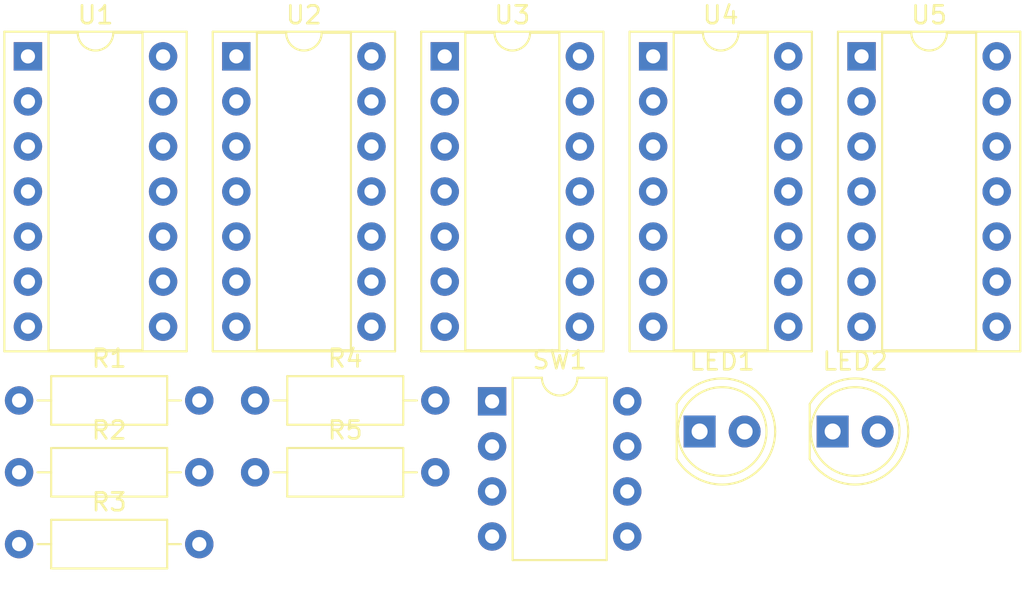
<source format=kicad_pcb>
(kicad_pcb (version 20171130) (host pcbnew "(5.1.7)-1")

  (general
    (thickness 1.6)
    (drawings 0)
    (tracks 0)
    (zones 0)
    (modules 13)
    (nets 15)
  )

  (page A4)
  (layers
    (0 F.Cu signal)
    (31 B.Cu signal)
    (32 B.Adhes user)
    (33 F.Adhes user)
    (34 B.Paste user)
    (35 F.Paste user)
    (36 B.SilkS user)
    (37 F.SilkS user)
    (38 B.Mask user)
    (39 F.Mask user)
    (40 Dwgs.User user)
    (41 Cmts.User user)
    (42 Eco1.User user)
    (43 Eco2.User user)
    (44 Edge.Cuts user)
    (45 Margin user)
    (46 B.CrtYd user)
    (47 F.CrtYd user)
    (48 B.Fab user)
    (49 F.Fab user)
  )

  (setup
    (last_trace_width 0.25)
    (trace_clearance 0.2)
    (zone_clearance 0.508)
    (zone_45_only no)
    (trace_min 0.2)
    (via_size 0.8)
    (via_drill 0.4)
    (via_min_size 0.4)
    (via_min_drill 0.3)
    (uvia_size 0.3)
    (uvia_drill 0.1)
    (uvias_allowed no)
    (uvia_min_size 0.2)
    (uvia_min_drill 0.1)
    (edge_width 0.05)
    (segment_width 0.2)
    (pcb_text_width 0.3)
    (pcb_text_size 1.5 1.5)
    (mod_edge_width 0.12)
    (mod_text_size 1 1)
    (mod_text_width 0.15)
    (pad_size 1.524 1.524)
    (pad_drill 0.762)
    (pad_to_mask_clearance 0)
    (aux_axis_origin 0 0)
    (visible_elements FFFFFF7F)
    (pcbplotparams
      (layerselection 0x010fc_ffffffff)
      (usegerberextensions false)
      (usegerberattributes true)
      (usegerberadvancedattributes true)
      (creategerberjobfile true)
      (excludeedgelayer true)
      (linewidth 0.100000)
      (plotframeref false)
      (viasonmask false)
      (mode 1)
      (useauxorigin false)
      (hpglpennumber 1)
      (hpglpenspeed 20)
      (hpglpendiameter 15.000000)
      (psnegative false)
      (psa4output false)
      (plotreference true)
      (plotvalue true)
      (plotinvisibletext false)
      (padsonsilk false)
      (subtractmaskfromsilk false)
      (outputformat 1)
      (mirror false)
      (drillshape 1)
      (scaleselection 1)
      (outputdirectory ""))
  )

  (net 0 "")
  (net 1 /S)
  (net 2 GND)
  (net 3 /Cout)
  (net 4 "Net-(R1-Pad2)")
  (net 5 "Net-(R2-Pad2)")
  (net 6 /A)
  (net 7 /B)
  (net 8 /Cin)
  (net 9 /FPGA/+3.3V)
  (net 10 "Net-(SW1-Pad5)")
  (net 11 "Net-(SW1-Pad4)")
  (net 12 "Net-(U1-Pad3)")
  (net 13 "Net-(U3-Pad3)")
  (net 14 "Net-(U4-Pad3)")

  (net_class Default "This is the default net class."
    (clearance 0.2)
    (trace_width 0.25)
    (via_dia 0.8)
    (via_drill 0.4)
    (uvia_dia 0.3)
    (uvia_drill 0.1)
    (add_net /A)
    (add_net /B)
    (add_net /Cin)
    (add_net /Cout)
    (add_net /FPGA/+3.3V)
    (add_net /S)
    (add_net GND)
    (add_net "Net-(R1-Pad2)")
    (add_net "Net-(R2-Pad2)")
    (add_net "Net-(SW1-Pad4)")
    (add_net "Net-(SW1-Pad5)")
    (add_net "Net-(U1-Pad3)")
    (add_net "Net-(U3-Pad3)")
    (add_net "Net-(U4-Pad3)")
  )

  (module LED_THT:LED_D5.0mm (layer F.Cu) (tedit 5995936A) (tstamp 5F83149E)
    (at 163.905001 111.675001)
    (descr "LED, diameter 5.0mm, 2 pins, http://cdn-reichelt.de/documents/datenblatt/A500/LL-504BC2E-009.pdf")
    (tags "LED diameter 5.0mm 2 pins")
    (path /5F7905C9)
    (fp_text reference LED1 (at 1.27 -3.96) (layer F.SilkS)
      (effects (font (size 1 1) (thickness 0.15)))
    )
    (fp_text value LED (at 1.27 3.96) (layer F.Fab)
      (effects (font (size 1 1) (thickness 0.15)))
    )
    (fp_text user %R (at 1.25 0) (layer F.Fab)
      (effects (font (size 0.8 0.8) (thickness 0.2)))
    )
    (fp_arc (start 1.27 0) (end -1.29 1.54483) (angle -148.9) (layer F.SilkS) (width 0.12))
    (fp_arc (start 1.27 0) (end -1.29 -1.54483) (angle 148.9) (layer F.SilkS) (width 0.12))
    (fp_arc (start 1.27 0) (end -1.23 -1.469694) (angle 299.1) (layer F.Fab) (width 0.1))
    (fp_circle (center 1.27 0) (end 3.77 0) (layer F.Fab) (width 0.1))
    (fp_circle (center 1.27 0) (end 3.77 0) (layer F.SilkS) (width 0.12))
    (fp_line (start -1.23 -1.469694) (end -1.23 1.469694) (layer F.Fab) (width 0.1))
    (fp_line (start -1.29 -1.545) (end -1.29 1.545) (layer F.SilkS) (width 0.12))
    (fp_line (start -1.95 -3.25) (end -1.95 3.25) (layer F.CrtYd) (width 0.05))
    (fp_line (start -1.95 3.25) (end 4.5 3.25) (layer F.CrtYd) (width 0.05))
    (fp_line (start 4.5 3.25) (end 4.5 -3.25) (layer F.CrtYd) (width 0.05))
    (fp_line (start 4.5 -3.25) (end -1.95 -3.25) (layer F.CrtYd) (width 0.05))
    (pad 2 thru_hole circle (at 2.54 0) (size 1.8 1.8) (drill 0.9) (layers *.Cu *.Mask)
      (net 1 /S))
    (pad 1 thru_hole rect (at 0 0) (size 1.8 1.8) (drill 0.9) (layers *.Cu *.Mask)
      (net 2 GND))
    (model ${KISYS3DMOD}/LED_THT.3dshapes/LED_D5.0mm.wrl
      (at (xyz 0 0 0))
      (scale (xyz 1 1 1))
      (rotate (xyz 0 0 0))
    )
  )

  (module LED_THT:LED_D5.0mm (layer F.Cu) (tedit 5995936A) (tstamp 5F8314B0)
    (at 171.405001 111.675001)
    (descr "LED, diameter 5.0mm, 2 pins, http://cdn-reichelt.de/documents/datenblatt/A500/LL-504BC2E-009.pdf")
    (tags "LED diameter 5.0mm 2 pins")
    (path /5F791471)
    (fp_text reference LED2 (at 1.27 -3.96) (layer F.SilkS)
      (effects (font (size 1 1) (thickness 0.15)))
    )
    (fp_text value LED (at 1.27 3.96) (layer F.Fab)
      (effects (font (size 1 1) (thickness 0.15)))
    )
    (fp_line (start 4.5 -3.25) (end -1.95 -3.25) (layer F.CrtYd) (width 0.05))
    (fp_line (start 4.5 3.25) (end 4.5 -3.25) (layer F.CrtYd) (width 0.05))
    (fp_line (start -1.95 3.25) (end 4.5 3.25) (layer F.CrtYd) (width 0.05))
    (fp_line (start -1.95 -3.25) (end -1.95 3.25) (layer F.CrtYd) (width 0.05))
    (fp_line (start -1.29 -1.545) (end -1.29 1.545) (layer F.SilkS) (width 0.12))
    (fp_line (start -1.23 -1.469694) (end -1.23 1.469694) (layer F.Fab) (width 0.1))
    (fp_circle (center 1.27 0) (end 3.77 0) (layer F.SilkS) (width 0.12))
    (fp_circle (center 1.27 0) (end 3.77 0) (layer F.Fab) (width 0.1))
    (fp_arc (start 1.27 0) (end -1.23 -1.469694) (angle 299.1) (layer F.Fab) (width 0.1))
    (fp_arc (start 1.27 0) (end -1.29 -1.54483) (angle 148.9) (layer F.SilkS) (width 0.12))
    (fp_arc (start 1.27 0) (end -1.29 1.54483) (angle -148.9) (layer F.SilkS) (width 0.12))
    (fp_text user %R (at 1.25 0) (layer F.Fab)
      (effects (font (size 0.8 0.8) (thickness 0.2)))
    )
    (pad 1 thru_hole rect (at 0 0) (size 1.8 1.8) (drill 0.9) (layers *.Cu *.Mask)
      (net 2 GND))
    (pad 2 thru_hole circle (at 2.54 0) (size 1.8 1.8) (drill 0.9) (layers *.Cu *.Mask)
      (net 3 /Cout))
    (model ${KISYS3DMOD}/LED_THT.3dshapes/LED_D5.0mm.wrl
      (at (xyz 0 0 0))
      (scale (xyz 1 1 1))
      (rotate (xyz 0 0 0))
    )
  )

  (module Resistor_THT:R_Axial_DIN0207_L6.3mm_D2.5mm_P10.16mm_Horizontal (layer F.Cu) (tedit 5AE5139B) (tstamp 5F8314C7)
    (at 125.535001 109.925001)
    (descr "Resistor, Axial_DIN0207 series, Axial, Horizontal, pin pitch=10.16mm, 0.25W = 1/4W, length*diameter=6.3*2.5mm^2, http://cdn-reichelt.de/documents/datenblatt/B400/1_4W%23YAG.pdf")
    (tags "Resistor Axial_DIN0207 series Axial Horizontal pin pitch 10.16mm 0.25W = 1/4W length 6.3mm diameter 2.5mm")
    (path /5F78C429)
    (fp_text reference R1 (at 5.08 -2.37) (layer F.SilkS)
      (effects (font (size 1 1) (thickness 0.15)))
    )
    (fp_text value 470Ω (at 5.08 2.37) (layer F.Fab)
      (effects (font (size 1 1) (thickness 0.15)))
    )
    (fp_text user %R (at 5.08 0) (layer F.Fab)
      (effects (font (size 1 1) (thickness 0.15)))
    )
    (fp_line (start 1.93 -1.25) (end 1.93 1.25) (layer F.Fab) (width 0.1))
    (fp_line (start 1.93 1.25) (end 8.23 1.25) (layer F.Fab) (width 0.1))
    (fp_line (start 8.23 1.25) (end 8.23 -1.25) (layer F.Fab) (width 0.1))
    (fp_line (start 8.23 -1.25) (end 1.93 -1.25) (layer F.Fab) (width 0.1))
    (fp_line (start 0 0) (end 1.93 0) (layer F.Fab) (width 0.1))
    (fp_line (start 10.16 0) (end 8.23 0) (layer F.Fab) (width 0.1))
    (fp_line (start 1.81 -1.37) (end 1.81 1.37) (layer F.SilkS) (width 0.12))
    (fp_line (start 1.81 1.37) (end 8.35 1.37) (layer F.SilkS) (width 0.12))
    (fp_line (start 8.35 1.37) (end 8.35 -1.37) (layer F.SilkS) (width 0.12))
    (fp_line (start 8.35 -1.37) (end 1.81 -1.37) (layer F.SilkS) (width 0.12))
    (fp_line (start 1.04 0) (end 1.81 0) (layer F.SilkS) (width 0.12))
    (fp_line (start 9.12 0) (end 8.35 0) (layer F.SilkS) (width 0.12))
    (fp_line (start -1.05 -1.5) (end -1.05 1.5) (layer F.CrtYd) (width 0.05))
    (fp_line (start -1.05 1.5) (end 11.21 1.5) (layer F.CrtYd) (width 0.05))
    (fp_line (start 11.21 1.5) (end 11.21 -1.5) (layer F.CrtYd) (width 0.05))
    (fp_line (start 11.21 -1.5) (end -1.05 -1.5) (layer F.CrtYd) (width 0.05))
    (pad 2 thru_hole oval (at 10.16 0) (size 1.6 1.6) (drill 0.8) (layers *.Cu *.Mask)
      (net 4 "Net-(R1-Pad2)"))
    (pad 1 thru_hole circle (at 0 0) (size 1.6 1.6) (drill 0.8) (layers *.Cu *.Mask)
      (net 1 /S))
    (model ${KISYS3DMOD}/Resistor_THT.3dshapes/R_Axial_DIN0207_L6.3mm_D2.5mm_P10.16mm_Horizontal.wrl
      (at (xyz 0 0 0))
      (scale (xyz 1 1 1))
      (rotate (xyz 0 0 0))
    )
  )

  (module Resistor_THT:R_Axial_DIN0207_L6.3mm_D2.5mm_P10.16mm_Horizontal (layer F.Cu) (tedit 5AE5139B) (tstamp 5F8314DE)
    (at 125.535001 113.975001)
    (descr "Resistor, Axial_DIN0207 series, Axial, Horizontal, pin pitch=10.16mm, 0.25W = 1/4W, length*diameter=6.3*2.5mm^2, http://cdn-reichelt.de/documents/datenblatt/B400/1_4W%23YAG.pdf")
    (tags "Resistor Axial_DIN0207 series Axial Horizontal pin pitch 10.16mm 0.25W = 1/4W length 6.3mm diameter 2.5mm")
    (path /5F788F63)
    (fp_text reference R2 (at 5.08 -2.37) (layer F.SilkS)
      (effects (font (size 1 1) (thickness 0.15)))
    )
    (fp_text value 470Ω (at 5.08 2.37) (layer F.Fab)
      (effects (font (size 1 1) (thickness 0.15)))
    )
    (fp_line (start 11.21 -1.5) (end -1.05 -1.5) (layer F.CrtYd) (width 0.05))
    (fp_line (start 11.21 1.5) (end 11.21 -1.5) (layer F.CrtYd) (width 0.05))
    (fp_line (start -1.05 1.5) (end 11.21 1.5) (layer F.CrtYd) (width 0.05))
    (fp_line (start -1.05 -1.5) (end -1.05 1.5) (layer F.CrtYd) (width 0.05))
    (fp_line (start 9.12 0) (end 8.35 0) (layer F.SilkS) (width 0.12))
    (fp_line (start 1.04 0) (end 1.81 0) (layer F.SilkS) (width 0.12))
    (fp_line (start 8.35 -1.37) (end 1.81 -1.37) (layer F.SilkS) (width 0.12))
    (fp_line (start 8.35 1.37) (end 8.35 -1.37) (layer F.SilkS) (width 0.12))
    (fp_line (start 1.81 1.37) (end 8.35 1.37) (layer F.SilkS) (width 0.12))
    (fp_line (start 1.81 -1.37) (end 1.81 1.37) (layer F.SilkS) (width 0.12))
    (fp_line (start 10.16 0) (end 8.23 0) (layer F.Fab) (width 0.1))
    (fp_line (start 0 0) (end 1.93 0) (layer F.Fab) (width 0.1))
    (fp_line (start 8.23 -1.25) (end 1.93 -1.25) (layer F.Fab) (width 0.1))
    (fp_line (start 8.23 1.25) (end 8.23 -1.25) (layer F.Fab) (width 0.1))
    (fp_line (start 1.93 1.25) (end 8.23 1.25) (layer F.Fab) (width 0.1))
    (fp_line (start 1.93 -1.25) (end 1.93 1.25) (layer F.Fab) (width 0.1))
    (fp_text user %R (at 5.08 0) (layer F.Fab)
      (effects (font (size 1 1) (thickness 0.15)))
    )
    (pad 1 thru_hole circle (at 0 0) (size 1.6 1.6) (drill 0.8) (layers *.Cu *.Mask)
      (net 3 /Cout))
    (pad 2 thru_hole oval (at 10.16 0) (size 1.6 1.6) (drill 0.8) (layers *.Cu *.Mask)
      (net 5 "Net-(R2-Pad2)"))
    (model ${KISYS3DMOD}/Resistor_THT.3dshapes/R_Axial_DIN0207_L6.3mm_D2.5mm_P10.16mm_Horizontal.wrl
      (at (xyz 0 0 0))
      (scale (xyz 1 1 1))
      (rotate (xyz 0 0 0))
    )
  )

  (module Resistor_THT:R_Axial_DIN0207_L6.3mm_D2.5mm_P10.16mm_Horizontal (layer F.Cu) (tedit 5AE5139B) (tstamp 5F8314F5)
    (at 125.535001 118.025001)
    (descr "Resistor, Axial_DIN0207 series, Axial, Horizontal, pin pitch=10.16mm, 0.25W = 1/4W, length*diameter=6.3*2.5mm^2, http://cdn-reichelt.de/documents/datenblatt/B400/1_4W%23YAG.pdf")
    (tags "Resistor Axial_DIN0207 series Axial Horizontal pin pitch 10.16mm 0.25W = 1/4W length 6.3mm diameter 2.5mm")
    (path /5F78D480)
    (fp_text reference R3 (at 5.08 -2.37) (layer F.SilkS)
      (effects (font (size 1 1) (thickness 0.15)))
    )
    (fp_text value 12kΩ (at 5.08 2.37) (layer F.Fab)
      (effects (font (size 1 1) (thickness 0.15)))
    )
    (fp_text user %R (at 5.08 0) (layer F.Fab)
      (effects (font (size 1 1) (thickness 0.15)))
    )
    (fp_line (start 1.93 -1.25) (end 1.93 1.25) (layer F.Fab) (width 0.1))
    (fp_line (start 1.93 1.25) (end 8.23 1.25) (layer F.Fab) (width 0.1))
    (fp_line (start 8.23 1.25) (end 8.23 -1.25) (layer F.Fab) (width 0.1))
    (fp_line (start 8.23 -1.25) (end 1.93 -1.25) (layer F.Fab) (width 0.1))
    (fp_line (start 0 0) (end 1.93 0) (layer F.Fab) (width 0.1))
    (fp_line (start 10.16 0) (end 8.23 0) (layer F.Fab) (width 0.1))
    (fp_line (start 1.81 -1.37) (end 1.81 1.37) (layer F.SilkS) (width 0.12))
    (fp_line (start 1.81 1.37) (end 8.35 1.37) (layer F.SilkS) (width 0.12))
    (fp_line (start 8.35 1.37) (end 8.35 -1.37) (layer F.SilkS) (width 0.12))
    (fp_line (start 8.35 -1.37) (end 1.81 -1.37) (layer F.SilkS) (width 0.12))
    (fp_line (start 1.04 0) (end 1.81 0) (layer F.SilkS) (width 0.12))
    (fp_line (start 9.12 0) (end 8.35 0) (layer F.SilkS) (width 0.12))
    (fp_line (start -1.05 -1.5) (end -1.05 1.5) (layer F.CrtYd) (width 0.05))
    (fp_line (start -1.05 1.5) (end 11.21 1.5) (layer F.CrtYd) (width 0.05))
    (fp_line (start 11.21 1.5) (end 11.21 -1.5) (layer F.CrtYd) (width 0.05))
    (fp_line (start 11.21 -1.5) (end -1.05 -1.5) (layer F.CrtYd) (width 0.05))
    (pad 2 thru_hole oval (at 10.16 0) (size 1.6 1.6) (drill 0.8) (layers *.Cu *.Mask)
      (net 6 /A))
    (pad 1 thru_hole circle (at 0 0) (size 1.6 1.6) (drill 0.8) (layers *.Cu *.Mask)
      (net 2 GND))
    (model ${KISYS3DMOD}/Resistor_THT.3dshapes/R_Axial_DIN0207_L6.3mm_D2.5mm_P10.16mm_Horizontal.wrl
      (at (xyz 0 0 0))
      (scale (xyz 1 1 1))
      (rotate (xyz 0 0 0))
    )
  )

  (module Resistor_THT:R_Axial_DIN0207_L6.3mm_D2.5mm_P10.16mm_Horizontal (layer F.Cu) (tedit 5AE5139B) (tstamp 5F83150C)
    (at 138.845001 109.925001)
    (descr "Resistor, Axial_DIN0207 series, Axial, Horizontal, pin pitch=10.16mm, 0.25W = 1/4W, length*diameter=6.3*2.5mm^2, http://cdn-reichelt.de/documents/datenblatt/B400/1_4W%23YAG.pdf")
    (tags "Resistor Axial_DIN0207 series Axial Horizontal pin pitch 10.16mm 0.25W = 1/4W length 6.3mm diameter 2.5mm")
    (path /5F78D80C)
    (fp_text reference R4 (at 5.08 -2.37) (layer F.SilkS)
      (effects (font (size 1 1) (thickness 0.15)))
    )
    (fp_text value 12kΩ (at 5.08 2.37) (layer F.Fab)
      (effects (font (size 1 1) (thickness 0.15)))
    )
    (fp_line (start 11.21 -1.5) (end -1.05 -1.5) (layer F.CrtYd) (width 0.05))
    (fp_line (start 11.21 1.5) (end 11.21 -1.5) (layer F.CrtYd) (width 0.05))
    (fp_line (start -1.05 1.5) (end 11.21 1.5) (layer F.CrtYd) (width 0.05))
    (fp_line (start -1.05 -1.5) (end -1.05 1.5) (layer F.CrtYd) (width 0.05))
    (fp_line (start 9.12 0) (end 8.35 0) (layer F.SilkS) (width 0.12))
    (fp_line (start 1.04 0) (end 1.81 0) (layer F.SilkS) (width 0.12))
    (fp_line (start 8.35 -1.37) (end 1.81 -1.37) (layer F.SilkS) (width 0.12))
    (fp_line (start 8.35 1.37) (end 8.35 -1.37) (layer F.SilkS) (width 0.12))
    (fp_line (start 1.81 1.37) (end 8.35 1.37) (layer F.SilkS) (width 0.12))
    (fp_line (start 1.81 -1.37) (end 1.81 1.37) (layer F.SilkS) (width 0.12))
    (fp_line (start 10.16 0) (end 8.23 0) (layer F.Fab) (width 0.1))
    (fp_line (start 0 0) (end 1.93 0) (layer F.Fab) (width 0.1))
    (fp_line (start 8.23 -1.25) (end 1.93 -1.25) (layer F.Fab) (width 0.1))
    (fp_line (start 8.23 1.25) (end 8.23 -1.25) (layer F.Fab) (width 0.1))
    (fp_line (start 1.93 1.25) (end 8.23 1.25) (layer F.Fab) (width 0.1))
    (fp_line (start 1.93 -1.25) (end 1.93 1.25) (layer F.Fab) (width 0.1))
    (fp_text user %R (at 5.08 0) (layer F.Fab)
      (effects (font (size 1 1) (thickness 0.15)))
    )
    (pad 1 thru_hole circle (at 0 0) (size 1.6 1.6) (drill 0.8) (layers *.Cu *.Mask)
      (net 2 GND))
    (pad 2 thru_hole oval (at 10.16 0) (size 1.6 1.6) (drill 0.8) (layers *.Cu *.Mask)
      (net 7 /B))
    (model ${KISYS3DMOD}/Resistor_THT.3dshapes/R_Axial_DIN0207_L6.3mm_D2.5mm_P10.16mm_Horizontal.wrl
      (at (xyz 0 0 0))
      (scale (xyz 1 1 1))
      (rotate (xyz 0 0 0))
    )
  )

  (module Resistor_THT:R_Axial_DIN0207_L6.3mm_D2.5mm_P10.16mm_Horizontal (layer F.Cu) (tedit 5AE5139B) (tstamp 5F831523)
    (at 138.845001 113.975001)
    (descr "Resistor, Axial_DIN0207 series, Axial, Horizontal, pin pitch=10.16mm, 0.25W = 1/4W, length*diameter=6.3*2.5mm^2, http://cdn-reichelt.de/documents/datenblatt/B400/1_4W%23YAG.pdf")
    (tags "Resistor Axial_DIN0207 series Axial Horizontal pin pitch 10.16mm 0.25W = 1/4W length 6.3mm diameter 2.5mm")
    (path /5F78CE2F)
    (fp_text reference R5 (at 5.08 -2.37) (layer F.SilkS)
      (effects (font (size 1 1) (thickness 0.15)))
    )
    (fp_text value 12kΩ (at 5.08 2.37) (layer F.Fab)
      (effects (font (size 1 1) (thickness 0.15)))
    )
    (fp_line (start 11.21 -1.5) (end -1.05 -1.5) (layer F.CrtYd) (width 0.05))
    (fp_line (start 11.21 1.5) (end 11.21 -1.5) (layer F.CrtYd) (width 0.05))
    (fp_line (start -1.05 1.5) (end 11.21 1.5) (layer F.CrtYd) (width 0.05))
    (fp_line (start -1.05 -1.5) (end -1.05 1.5) (layer F.CrtYd) (width 0.05))
    (fp_line (start 9.12 0) (end 8.35 0) (layer F.SilkS) (width 0.12))
    (fp_line (start 1.04 0) (end 1.81 0) (layer F.SilkS) (width 0.12))
    (fp_line (start 8.35 -1.37) (end 1.81 -1.37) (layer F.SilkS) (width 0.12))
    (fp_line (start 8.35 1.37) (end 8.35 -1.37) (layer F.SilkS) (width 0.12))
    (fp_line (start 1.81 1.37) (end 8.35 1.37) (layer F.SilkS) (width 0.12))
    (fp_line (start 1.81 -1.37) (end 1.81 1.37) (layer F.SilkS) (width 0.12))
    (fp_line (start 10.16 0) (end 8.23 0) (layer F.Fab) (width 0.1))
    (fp_line (start 0 0) (end 1.93 0) (layer F.Fab) (width 0.1))
    (fp_line (start 8.23 -1.25) (end 1.93 -1.25) (layer F.Fab) (width 0.1))
    (fp_line (start 8.23 1.25) (end 8.23 -1.25) (layer F.Fab) (width 0.1))
    (fp_line (start 1.93 1.25) (end 8.23 1.25) (layer F.Fab) (width 0.1))
    (fp_line (start 1.93 -1.25) (end 1.93 1.25) (layer F.Fab) (width 0.1))
    (fp_text user %R (at 5.08 0) (layer F.Fab)
      (effects (font (size 1 1) (thickness 0.15)))
    )
    (pad 1 thru_hole circle (at 0 0) (size 1.6 1.6) (drill 0.8) (layers *.Cu *.Mask)
      (net 2 GND))
    (pad 2 thru_hole oval (at 10.16 0) (size 1.6 1.6) (drill 0.8) (layers *.Cu *.Mask)
      (net 8 /Cin))
    (model ${KISYS3DMOD}/Resistor_THT.3dshapes/R_Axial_DIN0207_L6.3mm_D2.5mm_P10.16mm_Horizontal.wrl
      (at (xyz 0 0 0))
      (scale (xyz 1 1 1))
      (rotate (xyz 0 0 0))
    )
  )

  (module Package_DIP:DIP-8_W7.62mm (layer F.Cu) (tedit 5A02E8C5) (tstamp 5F83153F)
    (at 152.205001 109.975001)
    (descr "8-lead though-hole mounted DIP package, row spacing 7.62 mm (300 mils)")
    (tags "THT DIP DIL PDIP 2.54mm 7.62mm 300mil")
    (path /5F7F4EEE)
    (fp_text reference SW1 (at 3.81 -2.33) (layer F.SilkS)
      (effects (font (size 1 1) (thickness 0.15)))
    )
    (fp_text value SW_DIP_x04 (at 3.81 9.95) (layer F.Fab)
      (effects (font (size 1 1) (thickness 0.15)))
    )
    (fp_line (start 8.7 -1.55) (end -1.1 -1.55) (layer F.CrtYd) (width 0.05))
    (fp_line (start 8.7 9.15) (end 8.7 -1.55) (layer F.CrtYd) (width 0.05))
    (fp_line (start -1.1 9.15) (end 8.7 9.15) (layer F.CrtYd) (width 0.05))
    (fp_line (start -1.1 -1.55) (end -1.1 9.15) (layer F.CrtYd) (width 0.05))
    (fp_line (start 6.46 -1.33) (end 4.81 -1.33) (layer F.SilkS) (width 0.12))
    (fp_line (start 6.46 8.95) (end 6.46 -1.33) (layer F.SilkS) (width 0.12))
    (fp_line (start 1.16 8.95) (end 6.46 8.95) (layer F.SilkS) (width 0.12))
    (fp_line (start 1.16 -1.33) (end 1.16 8.95) (layer F.SilkS) (width 0.12))
    (fp_line (start 2.81 -1.33) (end 1.16 -1.33) (layer F.SilkS) (width 0.12))
    (fp_line (start 0.635 -0.27) (end 1.635 -1.27) (layer F.Fab) (width 0.1))
    (fp_line (start 0.635 8.89) (end 0.635 -0.27) (layer F.Fab) (width 0.1))
    (fp_line (start 6.985 8.89) (end 0.635 8.89) (layer F.Fab) (width 0.1))
    (fp_line (start 6.985 -1.27) (end 6.985 8.89) (layer F.Fab) (width 0.1))
    (fp_line (start 1.635 -1.27) (end 6.985 -1.27) (layer F.Fab) (width 0.1))
    (fp_arc (start 3.81 -1.33) (end 2.81 -1.33) (angle -180) (layer F.SilkS) (width 0.12))
    (fp_text user %R (at 3.81 3.81) (layer F.Fab)
      (effects (font (size 1 1) (thickness 0.15)))
    )
    (pad 1 thru_hole rect (at 0 0) (size 1.6 1.6) (drill 0.8) (layers *.Cu *.Mask)
      (net 9 /FPGA/+3.3V))
    (pad 5 thru_hole oval (at 7.62 7.62) (size 1.6 1.6) (drill 0.8) (layers *.Cu *.Mask)
      (net 10 "Net-(SW1-Pad5)"))
    (pad 2 thru_hole oval (at 0 2.54) (size 1.6 1.6) (drill 0.8) (layers *.Cu *.Mask)
      (net 9 /FPGA/+3.3V))
    (pad 6 thru_hole oval (at 7.62 5.08) (size 1.6 1.6) (drill 0.8) (layers *.Cu *.Mask)
      (net 8 /Cin))
    (pad 3 thru_hole oval (at 0 5.08) (size 1.6 1.6) (drill 0.8) (layers *.Cu *.Mask)
      (net 9 /FPGA/+3.3V))
    (pad 7 thru_hole oval (at 7.62 2.54) (size 1.6 1.6) (drill 0.8) (layers *.Cu *.Mask)
      (net 7 /B))
    (pad 4 thru_hole oval (at 0 7.62) (size 1.6 1.6) (drill 0.8) (layers *.Cu *.Mask)
      (net 11 "Net-(SW1-Pad4)"))
    (pad 8 thru_hole oval (at 7.62 0) (size 1.6 1.6) (drill 0.8) (layers *.Cu *.Mask)
      (net 6 /A))
    (model ${KISYS3DMOD}/Package_DIP.3dshapes/DIP-8_W7.62mm.wrl
      (at (xyz 0 0 0))
      (scale (xyz 1 1 1))
      (rotate (xyz 0 0 0))
    )
  )

  (module Package_DIP:DIP-14_W7.62mm_Socket (layer F.Cu) (tedit 5A02E8C5) (tstamp 5F831569)
    (at 126.035001 90.525001)
    (descr "14-lead though-hole mounted DIP package, row spacing 7.62 mm (300 mils), Socket")
    (tags "THT DIP DIL PDIP 2.54mm 7.62mm 300mil Socket")
    (path /5F7A20DF)
    (fp_text reference U1 (at 3.81 -2.33) (layer F.SilkS)
      (effects (font (size 1 1) (thickness 0.15)))
    )
    (fp_text value CD74HC86E (at 3.81 17.57) (layer F.Fab)
      (effects (font (size 1 1) (thickness 0.15)))
    )
    (fp_text user %R (at 3.81 7.62) (layer F.Fab)
      (effects (font (size 1 1) (thickness 0.15)))
    )
    (fp_arc (start 3.81 -1.33) (end 2.81 -1.33) (angle -180) (layer F.SilkS) (width 0.12))
    (fp_line (start 1.635 -1.27) (end 6.985 -1.27) (layer F.Fab) (width 0.1))
    (fp_line (start 6.985 -1.27) (end 6.985 16.51) (layer F.Fab) (width 0.1))
    (fp_line (start 6.985 16.51) (end 0.635 16.51) (layer F.Fab) (width 0.1))
    (fp_line (start 0.635 16.51) (end 0.635 -0.27) (layer F.Fab) (width 0.1))
    (fp_line (start 0.635 -0.27) (end 1.635 -1.27) (layer F.Fab) (width 0.1))
    (fp_line (start -1.27 -1.33) (end -1.27 16.57) (layer F.Fab) (width 0.1))
    (fp_line (start -1.27 16.57) (end 8.89 16.57) (layer F.Fab) (width 0.1))
    (fp_line (start 8.89 16.57) (end 8.89 -1.33) (layer F.Fab) (width 0.1))
    (fp_line (start 8.89 -1.33) (end -1.27 -1.33) (layer F.Fab) (width 0.1))
    (fp_line (start 2.81 -1.33) (end 1.16 -1.33) (layer F.SilkS) (width 0.12))
    (fp_line (start 1.16 -1.33) (end 1.16 16.57) (layer F.SilkS) (width 0.12))
    (fp_line (start 1.16 16.57) (end 6.46 16.57) (layer F.SilkS) (width 0.12))
    (fp_line (start 6.46 16.57) (end 6.46 -1.33) (layer F.SilkS) (width 0.12))
    (fp_line (start 6.46 -1.33) (end 4.81 -1.33) (layer F.SilkS) (width 0.12))
    (fp_line (start -1.33 -1.39) (end -1.33 16.63) (layer F.SilkS) (width 0.12))
    (fp_line (start -1.33 16.63) (end 8.95 16.63) (layer F.SilkS) (width 0.12))
    (fp_line (start 8.95 16.63) (end 8.95 -1.39) (layer F.SilkS) (width 0.12))
    (fp_line (start 8.95 -1.39) (end -1.33 -1.39) (layer F.SilkS) (width 0.12))
    (fp_line (start -1.55 -1.6) (end -1.55 16.85) (layer F.CrtYd) (width 0.05))
    (fp_line (start -1.55 16.85) (end 9.15 16.85) (layer F.CrtYd) (width 0.05))
    (fp_line (start 9.15 16.85) (end 9.15 -1.6) (layer F.CrtYd) (width 0.05))
    (fp_line (start 9.15 -1.6) (end -1.55 -1.6) (layer F.CrtYd) (width 0.05))
    (pad 14 thru_hole oval (at 7.62 0) (size 1.6 1.6) (drill 0.8) (layers *.Cu *.Mask))
    (pad 7 thru_hole oval (at 0 15.24) (size 1.6 1.6) (drill 0.8) (layers *.Cu *.Mask))
    (pad 13 thru_hole oval (at 7.62 2.54) (size 1.6 1.6) (drill 0.8) (layers *.Cu *.Mask))
    (pad 6 thru_hole oval (at 0 12.7) (size 1.6 1.6) (drill 0.8) (layers *.Cu *.Mask))
    (pad 12 thru_hole oval (at 7.62 5.08) (size 1.6 1.6) (drill 0.8) (layers *.Cu *.Mask))
    (pad 5 thru_hole oval (at 0 10.16) (size 1.6 1.6) (drill 0.8) (layers *.Cu *.Mask))
    (pad 11 thru_hole oval (at 7.62 7.62) (size 1.6 1.6) (drill 0.8) (layers *.Cu *.Mask))
    (pad 4 thru_hole oval (at 0 7.62) (size 1.6 1.6) (drill 0.8) (layers *.Cu *.Mask))
    (pad 10 thru_hole oval (at 7.62 10.16) (size 1.6 1.6) (drill 0.8) (layers *.Cu *.Mask))
    (pad 3 thru_hole oval (at 0 5.08) (size 1.6 1.6) (drill 0.8) (layers *.Cu *.Mask)
      (net 12 "Net-(U1-Pad3)"))
    (pad 9 thru_hole oval (at 7.62 12.7) (size 1.6 1.6) (drill 0.8) (layers *.Cu *.Mask))
    (pad 2 thru_hole oval (at 0 2.54) (size 1.6 1.6) (drill 0.8) (layers *.Cu *.Mask)
      (net 7 /B))
    (pad 8 thru_hole oval (at 7.62 15.24) (size 1.6 1.6) (drill 0.8) (layers *.Cu *.Mask))
    (pad 1 thru_hole rect (at 0 0) (size 1.6 1.6) (drill 0.8) (layers *.Cu *.Mask)
      (net 6 /A))
    (model ${KISYS3DMOD}/Package_DIP.3dshapes/DIP-14_W7.62mm_Socket.wrl
      (at (xyz 0 0 0))
      (scale (xyz 1 1 1))
      (rotate (xyz 0 0 0))
    )
  )

  (module Package_DIP:DIP-14_W7.62mm_Socket (layer F.Cu) (tedit 5A02E8C5) (tstamp 5F831593)
    (at 137.785001 90.525001)
    (descr "14-lead though-hole mounted DIP package, row spacing 7.62 mm (300 mils), Socket")
    (tags "THT DIP DIL PDIP 2.54mm 7.62mm 300mil Socket")
    (path /5F7AA516)
    (fp_text reference U2 (at 3.81 -2.33) (layer F.SilkS)
      (effects (font (size 1 1) (thickness 0.15)))
    )
    (fp_text value CD74HC86E (at 3.81 17.57) (layer F.Fab)
      (effects (font (size 1 1) (thickness 0.15)))
    )
    (fp_line (start 9.15 -1.6) (end -1.55 -1.6) (layer F.CrtYd) (width 0.05))
    (fp_line (start 9.15 16.85) (end 9.15 -1.6) (layer F.CrtYd) (width 0.05))
    (fp_line (start -1.55 16.85) (end 9.15 16.85) (layer F.CrtYd) (width 0.05))
    (fp_line (start -1.55 -1.6) (end -1.55 16.85) (layer F.CrtYd) (width 0.05))
    (fp_line (start 8.95 -1.39) (end -1.33 -1.39) (layer F.SilkS) (width 0.12))
    (fp_line (start 8.95 16.63) (end 8.95 -1.39) (layer F.SilkS) (width 0.12))
    (fp_line (start -1.33 16.63) (end 8.95 16.63) (layer F.SilkS) (width 0.12))
    (fp_line (start -1.33 -1.39) (end -1.33 16.63) (layer F.SilkS) (width 0.12))
    (fp_line (start 6.46 -1.33) (end 4.81 -1.33) (layer F.SilkS) (width 0.12))
    (fp_line (start 6.46 16.57) (end 6.46 -1.33) (layer F.SilkS) (width 0.12))
    (fp_line (start 1.16 16.57) (end 6.46 16.57) (layer F.SilkS) (width 0.12))
    (fp_line (start 1.16 -1.33) (end 1.16 16.57) (layer F.SilkS) (width 0.12))
    (fp_line (start 2.81 -1.33) (end 1.16 -1.33) (layer F.SilkS) (width 0.12))
    (fp_line (start 8.89 -1.33) (end -1.27 -1.33) (layer F.Fab) (width 0.1))
    (fp_line (start 8.89 16.57) (end 8.89 -1.33) (layer F.Fab) (width 0.1))
    (fp_line (start -1.27 16.57) (end 8.89 16.57) (layer F.Fab) (width 0.1))
    (fp_line (start -1.27 -1.33) (end -1.27 16.57) (layer F.Fab) (width 0.1))
    (fp_line (start 0.635 -0.27) (end 1.635 -1.27) (layer F.Fab) (width 0.1))
    (fp_line (start 0.635 16.51) (end 0.635 -0.27) (layer F.Fab) (width 0.1))
    (fp_line (start 6.985 16.51) (end 0.635 16.51) (layer F.Fab) (width 0.1))
    (fp_line (start 6.985 -1.27) (end 6.985 16.51) (layer F.Fab) (width 0.1))
    (fp_line (start 1.635 -1.27) (end 6.985 -1.27) (layer F.Fab) (width 0.1))
    (fp_arc (start 3.81 -1.33) (end 2.81 -1.33) (angle -180) (layer F.SilkS) (width 0.12))
    (fp_text user %R (at 3.81 7.62) (layer F.Fab)
      (effects (font (size 1 1) (thickness 0.15)))
    )
    (pad 1 thru_hole rect (at 0 0) (size 1.6 1.6) (drill 0.8) (layers *.Cu *.Mask)
      (net 12 "Net-(U1-Pad3)"))
    (pad 8 thru_hole oval (at 7.62 15.24) (size 1.6 1.6) (drill 0.8) (layers *.Cu *.Mask))
    (pad 2 thru_hole oval (at 0 2.54) (size 1.6 1.6) (drill 0.8) (layers *.Cu *.Mask)
      (net 8 /Cin))
    (pad 9 thru_hole oval (at 7.62 12.7) (size 1.6 1.6) (drill 0.8) (layers *.Cu *.Mask))
    (pad 3 thru_hole oval (at 0 5.08) (size 1.6 1.6) (drill 0.8) (layers *.Cu *.Mask)
      (net 4 "Net-(R1-Pad2)"))
    (pad 10 thru_hole oval (at 7.62 10.16) (size 1.6 1.6) (drill 0.8) (layers *.Cu *.Mask))
    (pad 4 thru_hole oval (at 0 7.62) (size 1.6 1.6) (drill 0.8) (layers *.Cu *.Mask))
    (pad 11 thru_hole oval (at 7.62 7.62) (size 1.6 1.6) (drill 0.8) (layers *.Cu *.Mask))
    (pad 5 thru_hole oval (at 0 10.16) (size 1.6 1.6) (drill 0.8) (layers *.Cu *.Mask))
    (pad 12 thru_hole oval (at 7.62 5.08) (size 1.6 1.6) (drill 0.8) (layers *.Cu *.Mask))
    (pad 6 thru_hole oval (at 0 12.7) (size 1.6 1.6) (drill 0.8) (layers *.Cu *.Mask))
    (pad 13 thru_hole oval (at 7.62 2.54) (size 1.6 1.6) (drill 0.8) (layers *.Cu *.Mask))
    (pad 7 thru_hole oval (at 0 15.24) (size 1.6 1.6) (drill 0.8) (layers *.Cu *.Mask))
    (pad 14 thru_hole oval (at 7.62 0) (size 1.6 1.6) (drill 0.8) (layers *.Cu *.Mask))
    (model ${KISYS3DMOD}/Package_DIP.3dshapes/DIP-14_W7.62mm_Socket.wrl
      (at (xyz 0 0 0))
      (scale (xyz 1 1 1))
      (rotate (xyz 0 0 0))
    )
  )

  (module Package_DIP:DIP-14_W7.62mm_Socket (layer F.Cu) (tedit 5A02E8C5) (tstamp 5F8315BD)
    (at 149.535001 90.525001)
    (descr "14-lead though-hole mounted DIP package, row spacing 7.62 mm (300 mils), Socket")
    (tags "THT DIP DIL PDIP 2.54mm 7.62mm 300mil Socket")
    (path /5F7B6A81)
    (fp_text reference U3 (at 3.81 -2.33) (layer F.SilkS)
      (effects (font (size 1 1) (thickness 0.15)))
    )
    (fp_text value SN74HC08N (at 3.81 17.57) (layer F.Fab)
      (effects (font (size 1 1) (thickness 0.15)))
    )
    (fp_line (start 9.15 -1.6) (end -1.55 -1.6) (layer F.CrtYd) (width 0.05))
    (fp_line (start 9.15 16.85) (end 9.15 -1.6) (layer F.CrtYd) (width 0.05))
    (fp_line (start -1.55 16.85) (end 9.15 16.85) (layer F.CrtYd) (width 0.05))
    (fp_line (start -1.55 -1.6) (end -1.55 16.85) (layer F.CrtYd) (width 0.05))
    (fp_line (start 8.95 -1.39) (end -1.33 -1.39) (layer F.SilkS) (width 0.12))
    (fp_line (start 8.95 16.63) (end 8.95 -1.39) (layer F.SilkS) (width 0.12))
    (fp_line (start -1.33 16.63) (end 8.95 16.63) (layer F.SilkS) (width 0.12))
    (fp_line (start -1.33 -1.39) (end -1.33 16.63) (layer F.SilkS) (width 0.12))
    (fp_line (start 6.46 -1.33) (end 4.81 -1.33) (layer F.SilkS) (width 0.12))
    (fp_line (start 6.46 16.57) (end 6.46 -1.33) (layer F.SilkS) (width 0.12))
    (fp_line (start 1.16 16.57) (end 6.46 16.57) (layer F.SilkS) (width 0.12))
    (fp_line (start 1.16 -1.33) (end 1.16 16.57) (layer F.SilkS) (width 0.12))
    (fp_line (start 2.81 -1.33) (end 1.16 -1.33) (layer F.SilkS) (width 0.12))
    (fp_line (start 8.89 -1.33) (end -1.27 -1.33) (layer F.Fab) (width 0.1))
    (fp_line (start 8.89 16.57) (end 8.89 -1.33) (layer F.Fab) (width 0.1))
    (fp_line (start -1.27 16.57) (end 8.89 16.57) (layer F.Fab) (width 0.1))
    (fp_line (start -1.27 -1.33) (end -1.27 16.57) (layer F.Fab) (width 0.1))
    (fp_line (start 0.635 -0.27) (end 1.635 -1.27) (layer F.Fab) (width 0.1))
    (fp_line (start 0.635 16.51) (end 0.635 -0.27) (layer F.Fab) (width 0.1))
    (fp_line (start 6.985 16.51) (end 0.635 16.51) (layer F.Fab) (width 0.1))
    (fp_line (start 6.985 -1.27) (end 6.985 16.51) (layer F.Fab) (width 0.1))
    (fp_line (start 1.635 -1.27) (end 6.985 -1.27) (layer F.Fab) (width 0.1))
    (fp_arc (start 3.81 -1.33) (end 2.81 -1.33) (angle -180) (layer F.SilkS) (width 0.12))
    (fp_text user %R (at 3.81 7.62) (layer F.Fab)
      (effects (font (size 1 1) (thickness 0.15)))
    )
    (pad 1 thru_hole rect (at 0 0) (size 1.6 1.6) (drill 0.8) (layers *.Cu *.Mask)
      (net 8 /Cin))
    (pad 8 thru_hole oval (at 7.62 15.24) (size 1.6 1.6) (drill 0.8) (layers *.Cu *.Mask))
    (pad 2 thru_hole oval (at 0 2.54) (size 1.6 1.6) (drill 0.8) (layers *.Cu *.Mask)
      (net 12 "Net-(U1-Pad3)"))
    (pad 9 thru_hole oval (at 7.62 12.7) (size 1.6 1.6) (drill 0.8) (layers *.Cu *.Mask))
    (pad 3 thru_hole oval (at 0 5.08) (size 1.6 1.6) (drill 0.8) (layers *.Cu *.Mask)
      (net 13 "Net-(U3-Pad3)"))
    (pad 10 thru_hole oval (at 7.62 10.16) (size 1.6 1.6) (drill 0.8) (layers *.Cu *.Mask))
    (pad 4 thru_hole oval (at 0 7.62) (size 1.6 1.6) (drill 0.8) (layers *.Cu *.Mask))
    (pad 11 thru_hole oval (at 7.62 7.62) (size 1.6 1.6) (drill 0.8) (layers *.Cu *.Mask))
    (pad 5 thru_hole oval (at 0 10.16) (size 1.6 1.6) (drill 0.8) (layers *.Cu *.Mask))
    (pad 12 thru_hole oval (at 7.62 5.08) (size 1.6 1.6) (drill 0.8) (layers *.Cu *.Mask))
    (pad 6 thru_hole oval (at 0 12.7) (size 1.6 1.6) (drill 0.8) (layers *.Cu *.Mask))
    (pad 13 thru_hole oval (at 7.62 2.54) (size 1.6 1.6) (drill 0.8) (layers *.Cu *.Mask))
    (pad 7 thru_hole oval (at 0 15.24) (size 1.6 1.6) (drill 0.8) (layers *.Cu *.Mask))
    (pad 14 thru_hole oval (at 7.62 0) (size 1.6 1.6) (drill 0.8) (layers *.Cu *.Mask))
    (model ${KISYS3DMOD}/Package_DIP.3dshapes/DIP-14_W7.62mm_Socket.wrl
      (at (xyz 0 0 0))
      (scale (xyz 1 1 1))
      (rotate (xyz 0 0 0))
    )
  )

  (module Package_DIP:DIP-14_W7.62mm_Socket (layer F.Cu) (tedit 5A02E8C5) (tstamp 5F8315E7)
    (at 161.285001 90.525001)
    (descr "14-lead though-hole mounted DIP package, row spacing 7.62 mm (300 mils), Socket")
    (tags "THT DIP DIL PDIP 2.54mm 7.62mm 300mil Socket")
    (path /5F7CFBD9)
    (fp_text reference U4 (at 3.81 -2.33) (layer F.SilkS)
      (effects (font (size 1 1) (thickness 0.15)))
    )
    (fp_text value SN74HC08N (at 3.81 17.57) (layer F.Fab)
      (effects (font (size 1 1) (thickness 0.15)))
    )
    (fp_text user %R (at 3.81 7.62) (layer F.Fab)
      (effects (font (size 1 1) (thickness 0.15)))
    )
    (fp_arc (start 3.81 -1.33) (end 2.81 -1.33) (angle -180) (layer F.SilkS) (width 0.12))
    (fp_line (start 1.635 -1.27) (end 6.985 -1.27) (layer F.Fab) (width 0.1))
    (fp_line (start 6.985 -1.27) (end 6.985 16.51) (layer F.Fab) (width 0.1))
    (fp_line (start 6.985 16.51) (end 0.635 16.51) (layer F.Fab) (width 0.1))
    (fp_line (start 0.635 16.51) (end 0.635 -0.27) (layer F.Fab) (width 0.1))
    (fp_line (start 0.635 -0.27) (end 1.635 -1.27) (layer F.Fab) (width 0.1))
    (fp_line (start -1.27 -1.33) (end -1.27 16.57) (layer F.Fab) (width 0.1))
    (fp_line (start -1.27 16.57) (end 8.89 16.57) (layer F.Fab) (width 0.1))
    (fp_line (start 8.89 16.57) (end 8.89 -1.33) (layer F.Fab) (width 0.1))
    (fp_line (start 8.89 -1.33) (end -1.27 -1.33) (layer F.Fab) (width 0.1))
    (fp_line (start 2.81 -1.33) (end 1.16 -1.33) (layer F.SilkS) (width 0.12))
    (fp_line (start 1.16 -1.33) (end 1.16 16.57) (layer F.SilkS) (width 0.12))
    (fp_line (start 1.16 16.57) (end 6.46 16.57) (layer F.SilkS) (width 0.12))
    (fp_line (start 6.46 16.57) (end 6.46 -1.33) (layer F.SilkS) (width 0.12))
    (fp_line (start 6.46 -1.33) (end 4.81 -1.33) (layer F.SilkS) (width 0.12))
    (fp_line (start -1.33 -1.39) (end -1.33 16.63) (layer F.SilkS) (width 0.12))
    (fp_line (start -1.33 16.63) (end 8.95 16.63) (layer F.SilkS) (width 0.12))
    (fp_line (start 8.95 16.63) (end 8.95 -1.39) (layer F.SilkS) (width 0.12))
    (fp_line (start 8.95 -1.39) (end -1.33 -1.39) (layer F.SilkS) (width 0.12))
    (fp_line (start -1.55 -1.6) (end -1.55 16.85) (layer F.CrtYd) (width 0.05))
    (fp_line (start -1.55 16.85) (end 9.15 16.85) (layer F.CrtYd) (width 0.05))
    (fp_line (start 9.15 16.85) (end 9.15 -1.6) (layer F.CrtYd) (width 0.05))
    (fp_line (start 9.15 -1.6) (end -1.55 -1.6) (layer F.CrtYd) (width 0.05))
    (pad 14 thru_hole oval (at 7.62 0) (size 1.6 1.6) (drill 0.8) (layers *.Cu *.Mask))
    (pad 7 thru_hole oval (at 0 15.24) (size 1.6 1.6) (drill 0.8) (layers *.Cu *.Mask))
    (pad 13 thru_hole oval (at 7.62 2.54) (size 1.6 1.6) (drill 0.8) (layers *.Cu *.Mask))
    (pad 6 thru_hole oval (at 0 12.7) (size 1.6 1.6) (drill 0.8) (layers *.Cu *.Mask))
    (pad 12 thru_hole oval (at 7.62 5.08) (size 1.6 1.6) (drill 0.8) (layers *.Cu *.Mask))
    (pad 5 thru_hole oval (at 0 10.16) (size 1.6 1.6) (drill 0.8) (layers *.Cu *.Mask))
    (pad 11 thru_hole oval (at 7.62 7.62) (size 1.6 1.6) (drill 0.8) (layers *.Cu *.Mask))
    (pad 4 thru_hole oval (at 0 7.62) (size 1.6 1.6) (drill 0.8) (layers *.Cu *.Mask))
    (pad 10 thru_hole oval (at 7.62 10.16) (size 1.6 1.6) (drill 0.8) (layers *.Cu *.Mask))
    (pad 3 thru_hole oval (at 0 5.08) (size 1.6 1.6) (drill 0.8) (layers *.Cu *.Mask)
      (net 14 "Net-(U4-Pad3)"))
    (pad 9 thru_hole oval (at 7.62 12.7) (size 1.6 1.6) (drill 0.8) (layers *.Cu *.Mask))
    (pad 2 thru_hole oval (at 0 2.54) (size 1.6 1.6) (drill 0.8) (layers *.Cu *.Mask)
      (net 7 /B))
    (pad 8 thru_hole oval (at 7.62 15.24) (size 1.6 1.6) (drill 0.8) (layers *.Cu *.Mask))
    (pad 1 thru_hole rect (at 0 0) (size 1.6 1.6) (drill 0.8) (layers *.Cu *.Mask)
      (net 6 /A))
    (model ${KISYS3DMOD}/Package_DIP.3dshapes/DIP-14_W7.62mm_Socket.wrl
      (at (xyz 0 0 0))
      (scale (xyz 1 1 1))
      (rotate (xyz 0 0 0))
    )
  )

  (module Package_DIP:DIP-14_W7.62mm_Socket (layer F.Cu) (tedit 5A02E8C5) (tstamp 5F831611)
    (at 173.035001 90.525001)
    (descr "14-lead though-hole mounted DIP package, row spacing 7.62 mm (300 mils), Socket")
    (tags "THT DIP DIL PDIP 2.54mm 7.62mm 300mil Socket")
    (path /5F7DD80B)
    (fp_text reference U5 (at 3.81 -2.33) (layer F.SilkS)
      (effects (font (size 1 1) (thickness 0.15)))
    )
    (fp_text value SN74HC32N (at 3.81 17.57) (layer F.Fab)
      (effects (font (size 1 1) (thickness 0.15)))
    )
    (fp_line (start 9.15 -1.6) (end -1.55 -1.6) (layer F.CrtYd) (width 0.05))
    (fp_line (start 9.15 16.85) (end 9.15 -1.6) (layer F.CrtYd) (width 0.05))
    (fp_line (start -1.55 16.85) (end 9.15 16.85) (layer F.CrtYd) (width 0.05))
    (fp_line (start -1.55 -1.6) (end -1.55 16.85) (layer F.CrtYd) (width 0.05))
    (fp_line (start 8.95 -1.39) (end -1.33 -1.39) (layer F.SilkS) (width 0.12))
    (fp_line (start 8.95 16.63) (end 8.95 -1.39) (layer F.SilkS) (width 0.12))
    (fp_line (start -1.33 16.63) (end 8.95 16.63) (layer F.SilkS) (width 0.12))
    (fp_line (start -1.33 -1.39) (end -1.33 16.63) (layer F.SilkS) (width 0.12))
    (fp_line (start 6.46 -1.33) (end 4.81 -1.33) (layer F.SilkS) (width 0.12))
    (fp_line (start 6.46 16.57) (end 6.46 -1.33) (layer F.SilkS) (width 0.12))
    (fp_line (start 1.16 16.57) (end 6.46 16.57) (layer F.SilkS) (width 0.12))
    (fp_line (start 1.16 -1.33) (end 1.16 16.57) (layer F.SilkS) (width 0.12))
    (fp_line (start 2.81 -1.33) (end 1.16 -1.33) (layer F.SilkS) (width 0.12))
    (fp_line (start 8.89 -1.33) (end -1.27 -1.33) (layer F.Fab) (width 0.1))
    (fp_line (start 8.89 16.57) (end 8.89 -1.33) (layer F.Fab) (width 0.1))
    (fp_line (start -1.27 16.57) (end 8.89 16.57) (layer F.Fab) (width 0.1))
    (fp_line (start -1.27 -1.33) (end -1.27 16.57) (layer F.Fab) (width 0.1))
    (fp_line (start 0.635 -0.27) (end 1.635 -1.27) (layer F.Fab) (width 0.1))
    (fp_line (start 0.635 16.51) (end 0.635 -0.27) (layer F.Fab) (width 0.1))
    (fp_line (start 6.985 16.51) (end 0.635 16.51) (layer F.Fab) (width 0.1))
    (fp_line (start 6.985 -1.27) (end 6.985 16.51) (layer F.Fab) (width 0.1))
    (fp_line (start 1.635 -1.27) (end 6.985 -1.27) (layer F.Fab) (width 0.1))
    (fp_arc (start 3.81 -1.33) (end 2.81 -1.33) (angle -180) (layer F.SilkS) (width 0.12))
    (fp_text user %R (at 3.81 7.62) (layer F.Fab)
      (effects (font (size 1 1) (thickness 0.15)))
    )
    (pad 1 thru_hole rect (at 0 0) (size 1.6 1.6) (drill 0.8) (layers *.Cu *.Mask)
      (net 13 "Net-(U3-Pad3)"))
    (pad 8 thru_hole oval (at 7.62 15.24) (size 1.6 1.6) (drill 0.8) (layers *.Cu *.Mask))
    (pad 2 thru_hole oval (at 0 2.54) (size 1.6 1.6) (drill 0.8) (layers *.Cu *.Mask)
      (net 14 "Net-(U4-Pad3)"))
    (pad 9 thru_hole oval (at 7.62 12.7) (size 1.6 1.6) (drill 0.8) (layers *.Cu *.Mask))
    (pad 3 thru_hole oval (at 0 5.08) (size 1.6 1.6) (drill 0.8) (layers *.Cu *.Mask)
      (net 5 "Net-(R2-Pad2)"))
    (pad 10 thru_hole oval (at 7.62 10.16) (size 1.6 1.6) (drill 0.8) (layers *.Cu *.Mask))
    (pad 4 thru_hole oval (at 0 7.62) (size 1.6 1.6) (drill 0.8) (layers *.Cu *.Mask))
    (pad 11 thru_hole oval (at 7.62 7.62) (size 1.6 1.6) (drill 0.8) (layers *.Cu *.Mask))
    (pad 5 thru_hole oval (at 0 10.16) (size 1.6 1.6) (drill 0.8) (layers *.Cu *.Mask))
    (pad 12 thru_hole oval (at 7.62 5.08) (size 1.6 1.6) (drill 0.8) (layers *.Cu *.Mask))
    (pad 6 thru_hole oval (at 0 12.7) (size 1.6 1.6) (drill 0.8) (layers *.Cu *.Mask))
    (pad 13 thru_hole oval (at 7.62 2.54) (size 1.6 1.6) (drill 0.8) (layers *.Cu *.Mask))
    (pad 7 thru_hole oval (at 0 15.24) (size 1.6 1.6) (drill 0.8) (layers *.Cu *.Mask))
    (pad 14 thru_hole oval (at 7.62 0) (size 1.6 1.6) (drill 0.8) (layers *.Cu *.Mask))
    (model ${KISYS3DMOD}/Package_DIP.3dshapes/DIP-14_W7.62mm_Socket.wrl
      (at (xyz 0 0 0))
      (scale (xyz 1 1 1))
      (rotate (xyz 0 0 0))
    )
  )

)

</source>
